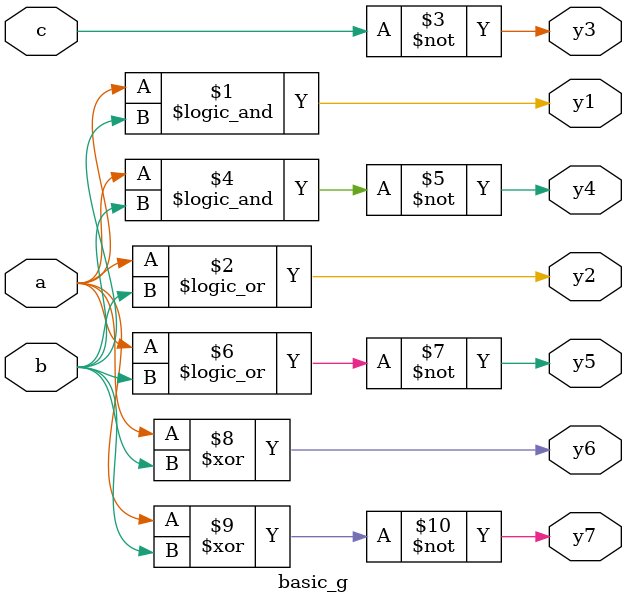
<source format=v>
`timescale 1ns / 1ps


module basic_g(
    input a,b,c,
    output y1,y2,y3,y4,y5,y6,y7
    );
    //Gate level Modelling
   /* and g1(y1,a,b);
    or g2(y2,a,b);
    not(y3,c);
    nand(y4,a,b);
    nor(y5,a,b);
    xor(y6,a,b);
    xnor(y7,a,b);*/
    //Data Flow modelling
    assign y1 = a && b;
    assign y2 = a || b;
    assign y3 = ~c;
    assign y4 = ~(a && b);
    assign y5 = ~(a || b);
    assign y6 = a ^ b;
    assign y7 = ~(a ^ b);
    
endmodule

</source>
